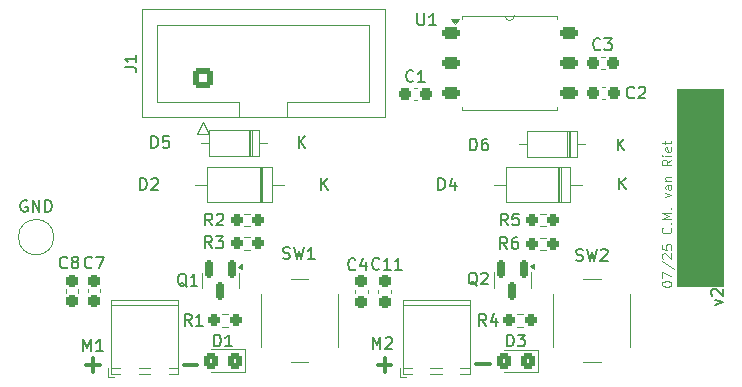
<source format=gto>
G04 #@! TF.GenerationSoftware,KiCad,Pcbnew,8.0.0-rc1*
G04 #@! TF.CreationDate,2025-07-19T19:19:54+02:00*
G04 #@! TF.ProjectId,Pneumatic control unit system,506e6575-6d61-4746-9963-20636f6e7472,rev?*
G04 #@! TF.SameCoordinates,Original*
G04 #@! TF.FileFunction,Legend,Top*
G04 #@! TF.FilePolarity,Positive*
%FSLAX46Y46*%
G04 Gerber Fmt 4.6, Leading zero omitted, Abs format (unit mm)*
G04 Created by KiCad (PCBNEW 8.0.0-rc1) date 2025-07-19 19:19:54*
%MOMM*%
%LPD*%
G01*
G04 APERTURE LIST*
G04 Aperture macros list*
%AMRoundRect*
0 Rectangle with rounded corners*
0 $1 Rounding radius*
0 $2 $3 $4 $5 $6 $7 $8 $9 X,Y pos of 4 corners*
0 Add a 4 corners polygon primitive as box body*
4,1,4,$2,$3,$4,$5,$6,$7,$8,$9,$2,$3,0*
0 Add four circle primitives for the rounded corners*
1,1,$1+$1,$2,$3*
1,1,$1+$1,$4,$5*
1,1,$1+$1,$6,$7*
1,1,$1+$1,$8,$9*
0 Add four rect primitives between the rounded corners*
20,1,$1+$1,$2,$3,$4,$5,0*
20,1,$1+$1,$4,$5,$6,$7,0*
20,1,$1+$1,$6,$7,$8,$9,0*
20,1,$1+$1,$8,$9,$2,$3,0*%
G04 Aperture macros list end*
%ADD10C,0.100000*%
%ADD11C,0.300000*%
%ADD12C,0.150000*%
%ADD13C,0.120000*%
%ADD14RoundRect,0.237500X0.250000X0.237500X-0.250000X0.237500X-0.250000X-0.237500X0.250000X-0.237500X0*%
%ADD15R,1.600000X1.600000*%
%ADD16O,1.600000X1.600000*%
%ADD17R,2.200000X2.200000*%
%ADD18O,2.200000X2.200000*%
%ADD19C,2.000000*%
%ADD20C,1.000000*%
%ADD21RoundRect,0.275000X-0.525000X-0.275000X0.525000X-0.275000X0.525000X0.275000X-0.525000X0.275000X0*%
%ADD22RoundRect,0.237500X0.237500X-0.300000X0.237500X0.300000X-0.237500X0.300000X-0.237500X-0.300000X0*%
%ADD23C,3.200000*%
%ADD24RoundRect,0.250000X0.600000X-0.600000X0.600000X0.600000X-0.600000X0.600000X-0.600000X-0.600000X0*%
%ADD25C,1.700000*%
%ADD26C,1.100000*%
%ADD27C,2.200000*%
%ADD28RoundRect,0.150000X-0.150000X0.587500X-0.150000X-0.587500X0.150000X-0.587500X0.150000X0.587500X0*%
%ADD29RoundRect,0.250000X0.325000X0.450000X-0.325000X0.450000X-0.325000X-0.450000X0.325000X-0.450000X0*%
%ADD30RoundRect,0.237500X-0.300000X-0.237500X0.300000X-0.237500X0.300000X0.237500X-0.300000X0.237500X0*%
%ADD31RoundRect,0.237500X0.300000X0.237500X-0.300000X0.237500X-0.300000X-0.237500X0.300000X-0.237500X0*%
%ADD32C,1.600000*%
G04 APERTURE END LIST*
D10*
X78000000Y-28700000D02*
X81900000Y-28700000D01*
X81900000Y-45300000D01*
X78000000Y-45300000D01*
X78000000Y-28700000D01*
G36*
X78000000Y-28700000D02*
G01*
X81900000Y-28700000D01*
X81900000Y-45300000D01*
X78000000Y-45300000D01*
X78000000Y-28700000D01*
G37*
D11*
X53786099Y-52016260D02*
X52643242Y-52016260D01*
X53214670Y-52587688D02*
X53214670Y-51444831D01*
X37345489Y-52016260D02*
X36202632Y-52016260D01*
X62095489Y-51979400D02*
X60952632Y-51979400D01*
D12*
X81203152Y-46958458D02*
X81869819Y-46720363D01*
X81869819Y-46720363D02*
X81203152Y-46482268D01*
X80965057Y-46148934D02*
X80917438Y-46101315D01*
X80917438Y-46101315D02*
X80869819Y-46006077D01*
X80869819Y-46006077D02*
X80869819Y-45767982D01*
X80869819Y-45767982D02*
X80917438Y-45672744D01*
X80917438Y-45672744D02*
X80965057Y-45625125D01*
X80965057Y-45625125D02*
X81060295Y-45577506D01*
X81060295Y-45577506D02*
X81155533Y-45577506D01*
X81155533Y-45577506D02*
X81298390Y-45625125D01*
X81298390Y-45625125D02*
X81869819Y-46196553D01*
X81869819Y-46196553D02*
X81869819Y-45577506D01*
D10*
X76696895Y-45191353D02*
X76696895Y-45115163D01*
X76696895Y-45115163D02*
X76734990Y-45038972D01*
X76734990Y-45038972D02*
X76773085Y-45000877D01*
X76773085Y-45000877D02*
X76849276Y-44962782D01*
X76849276Y-44962782D02*
X77001657Y-44924687D01*
X77001657Y-44924687D02*
X77192133Y-44924687D01*
X77192133Y-44924687D02*
X77344514Y-44962782D01*
X77344514Y-44962782D02*
X77420704Y-45000877D01*
X77420704Y-45000877D02*
X77458800Y-45038972D01*
X77458800Y-45038972D02*
X77496895Y-45115163D01*
X77496895Y-45115163D02*
X77496895Y-45191353D01*
X77496895Y-45191353D02*
X77458800Y-45267544D01*
X77458800Y-45267544D02*
X77420704Y-45305639D01*
X77420704Y-45305639D02*
X77344514Y-45343734D01*
X77344514Y-45343734D02*
X77192133Y-45381830D01*
X77192133Y-45381830D02*
X77001657Y-45381830D01*
X77001657Y-45381830D02*
X76849276Y-45343734D01*
X76849276Y-45343734D02*
X76773085Y-45305639D01*
X76773085Y-45305639D02*
X76734990Y-45267544D01*
X76734990Y-45267544D02*
X76696895Y-45191353D01*
X76696895Y-44658020D02*
X76696895Y-44124686D01*
X76696895Y-44124686D02*
X77496895Y-44467544D01*
X76658800Y-43248496D02*
X77687371Y-43934210D01*
X76773085Y-43019925D02*
X76734990Y-42981829D01*
X76734990Y-42981829D02*
X76696895Y-42905639D01*
X76696895Y-42905639D02*
X76696895Y-42715163D01*
X76696895Y-42715163D02*
X76734990Y-42638972D01*
X76734990Y-42638972D02*
X76773085Y-42600877D01*
X76773085Y-42600877D02*
X76849276Y-42562782D01*
X76849276Y-42562782D02*
X76925466Y-42562782D01*
X76925466Y-42562782D02*
X77039752Y-42600877D01*
X77039752Y-42600877D02*
X77496895Y-43058020D01*
X77496895Y-43058020D02*
X77496895Y-42562782D01*
X76696895Y-41838972D02*
X76696895Y-42219924D01*
X76696895Y-42219924D02*
X77077847Y-42258020D01*
X77077847Y-42258020D02*
X77039752Y-42219924D01*
X77039752Y-42219924D02*
X77001657Y-42143734D01*
X77001657Y-42143734D02*
X77001657Y-41953258D01*
X77001657Y-41953258D02*
X77039752Y-41877067D01*
X77039752Y-41877067D02*
X77077847Y-41838972D01*
X77077847Y-41838972D02*
X77154038Y-41800877D01*
X77154038Y-41800877D02*
X77344514Y-41800877D01*
X77344514Y-41800877D02*
X77420704Y-41838972D01*
X77420704Y-41838972D02*
X77458800Y-41877067D01*
X77458800Y-41877067D02*
X77496895Y-41953258D01*
X77496895Y-41953258D02*
X77496895Y-42143734D01*
X77496895Y-42143734D02*
X77458800Y-42219924D01*
X77458800Y-42219924D02*
X77420704Y-42258020D01*
X77420704Y-40391352D02*
X77458800Y-40429448D01*
X77458800Y-40429448D02*
X77496895Y-40543733D01*
X77496895Y-40543733D02*
X77496895Y-40619924D01*
X77496895Y-40619924D02*
X77458800Y-40734210D01*
X77458800Y-40734210D02*
X77382609Y-40810400D01*
X77382609Y-40810400D02*
X77306419Y-40848495D01*
X77306419Y-40848495D02*
X77154038Y-40886591D01*
X77154038Y-40886591D02*
X77039752Y-40886591D01*
X77039752Y-40886591D02*
X76887371Y-40848495D01*
X76887371Y-40848495D02*
X76811180Y-40810400D01*
X76811180Y-40810400D02*
X76734990Y-40734210D01*
X76734990Y-40734210D02*
X76696895Y-40619924D01*
X76696895Y-40619924D02*
X76696895Y-40543733D01*
X76696895Y-40543733D02*
X76734990Y-40429448D01*
X76734990Y-40429448D02*
X76773085Y-40391352D01*
X77420704Y-40048495D02*
X77458800Y-40010400D01*
X77458800Y-40010400D02*
X77496895Y-40048495D01*
X77496895Y-40048495D02*
X77458800Y-40086591D01*
X77458800Y-40086591D02*
X77420704Y-40048495D01*
X77420704Y-40048495D02*
X77496895Y-40048495D01*
X77496895Y-39667543D02*
X76696895Y-39667543D01*
X76696895Y-39667543D02*
X77268323Y-39400877D01*
X77268323Y-39400877D02*
X76696895Y-39134210D01*
X76696895Y-39134210D02*
X77496895Y-39134210D01*
X77420704Y-38753257D02*
X77458800Y-38715162D01*
X77458800Y-38715162D02*
X77496895Y-38753257D01*
X77496895Y-38753257D02*
X77458800Y-38791353D01*
X77458800Y-38791353D02*
X77420704Y-38753257D01*
X77420704Y-38753257D02*
X77496895Y-38753257D01*
X76963561Y-37838972D02*
X77496895Y-37648496D01*
X77496895Y-37648496D02*
X76963561Y-37458019D01*
X77496895Y-36810400D02*
X77077847Y-36810400D01*
X77077847Y-36810400D02*
X77001657Y-36848495D01*
X77001657Y-36848495D02*
X76963561Y-36924686D01*
X76963561Y-36924686D02*
X76963561Y-37077067D01*
X76963561Y-37077067D02*
X77001657Y-37153257D01*
X77458800Y-36810400D02*
X77496895Y-36886591D01*
X77496895Y-36886591D02*
X77496895Y-37077067D01*
X77496895Y-37077067D02*
X77458800Y-37153257D01*
X77458800Y-37153257D02*
X77382609Y-37191353D01*
X77382609Y-37191353D02*
X77306419Y-37191353D01*
X77306419Y-37191353D02*
X77230228Y-37153257D01*
X77230228Y-37153257D02*
X77192133Y-37077067D01*
X77192133Y-37077067D02*
X77192133Y-36886591D01*
X77192133Y-36886591D02*
X77154038Y-36810400D01*
X76963561Y-36429447D02*
X77496895Y-36429447D01*
X77039752Y-36429447D02*
X77001657Y-36391352D01*
X77001657Y-36391352D02*
X76963561Y-36315162D01*
X76963561Y-36315162D02*
X76963561Y-36200876D01*
X76963561Y-36200876D02*
X77001657Y-36124685D01*
X77001657Y-36124685D02*
X77077847Y-36086590D01*
X77077847Y-36086590D02*
X77496895Y-36086590D01*
X77496895Y-34638970D02*
X77115942Y-34905637D01*
X77496895Y-35096113D02*
X76696895Y-35096113D01*
X76696895Y-35096113D02*
X76696895Y-34791351D01*
X76696895Y-34791351D02*
X76734990Y-34715161D01*
X76734990Y-34715161D02*
X76773085Y-34677066D01*
X76773085Y-34677066D02*
X76849276Y-34638970D01*
X76849276Y-34638970D02*
X76963561Y-34638970D01*
X76963561Y-34638970D02*
X77039752Y-34677066D01*
X77039752Y-34677066D02*
X77077847Y-34715161D01*
X77077847Y-34715161D02*
X77115942Y-34791351D01*
X77115942Y-34791351D02*
X77115942Y-35096113D01*
X77496895Y-34296113D02*
X76963561Y-34296113D01*
X76696895Y-34296113D02*
X76734990Y-34334209D01*
X76734990Y-34334209D02*
X76773085Y-34296113D01*
X76773085Y-34296113D02*
X76734990Y-34258018D01*
X76734990Y-34258018D02*
X76696895Y-34296113D01*
X76696895Y-34296113D02*
X76773085Y-34296113D01*
X77458800Y-33610399D02*
X77496895Y-33686590D01*
X77496895Y-33686590D02*
X77496895Y-33838971D01*
X77496895Y-33838971D02*
X77458800Y-33915161D01*
X77458800Y-33915161D02*
X77382609Y-33953257D01*
X77382609Y-33953257D02*
X77077847Y-33953257D01*
X77077847Y-33953257D02*
X77001657Y-33915161D01*
X77001657Y-33915161D02*
X76963561Y-33838971D01*
X76963561Y-33838971D02*
X76963561Y-33686590D01*
X76963561Y-33686590D02*
X77001657Y-33610399D01*
X77001657Y-33610399D02*
X77077847Y-33572304D01*
X77077847Y-33572304D02*
X77154038Y-33572304D01*
X77154038Y-33572304D02*
X77230228Y-33953257D01*
X76963561Y-33343733D02*
X76963561Y-33038971D01*
X76696895Y-33229447D02*
X77382609Y-33229447D01*
X77382609Y-33229447D02*
X77458800Y-33191352D01*
X77458800Y-33191352D02*
X77496895Y-33115162D01*
X77496895Y-33115162D02*
X77496895Y-33038971D01*
D11*
X29085489Y-52016260D02*
X27942632Y-52016260D01*
X28514060Y-52587688D02*
X28514060Y-51444831D01*
D12*
X61812723Y-48704819D02*
X61479390Y-48228628D01*
X61241295Y-48704819D02*
X61241295Y-47704819D01*
X61241295Y-47704819D02*
X61622247Y-47704819D01*
X61622247Y-47704819D02*
X61717485Y-47752438D01*
X61717485Y-47752438D02*
X61765104Y-47800057D01*
X61765104Y-47800057D02*
X61812723Y-47895295D01*
X61812723Y-47895295D02*
X61812723Y-48038152D01*
X61812723Y-48038152D02*
X61765104Y-48133390D01*
X61765104Y-48133390D02*
X61717485Y-48181009D01*
X61717485Y-48181009D02*
X61622247Y-48228628D01*
X61622247Y-48228628D02*
X61241295Y-48228628D01*
X62669866Y-48038152D02*
X62669866Y-48704819D01*
X62431771Y-47657200D02*
X62193676Y-48371485D01*
X62193676Y-48371485D02*
X62812723Y-48371485D01*
X33461905Y-33654819D02*
X33461905Y-32654819D01*
X33461905Y-32654819D02*
X33700000Y-32654819D01*
X33700000Y-32654819D02*
X33842857Y-32702438D01*
X33842857Y-32702438D02*
X33938095Y-32797676D01*
X33938095Y-32797676D02*
X33985714Y-32892914D01*
X33985714Y-32892914D02*
X34033333Y-33083390D01*
X34033333Y-33083390D02*
X34033333Y-33226247D01*
X34033333Y-33226247D02*
X33985714Y-33416723D01*
X33985714Y-33416723D02*
X33938095Y-33511961D01*
X33938095Y-33511961D02*
X33842857Y-33607200D01*
X33842857Y-33607200D02*
X33700000Y-33654819D01*
X33700000Y-33654819D02*
X33461905Y-33654819D01*
X34938095Y-32654819D02*
X34461905Y-32654819D01*
X34461905Y-32654819D02*
X34414286Y-33131009D01*
X34414286Y-33131009D02*
X34461905Y-33083390D01*
X34461905Y-33083390D02*
X34557143Y-33035771D01*
X34557143Y-33035771D02*
X34795238Y-33035771D01*
X34795238Y-33035771D02*
X34890476Y-33083390D01*
X34890476Y-33083390D02*
X34938095Y-33131009D01*
X34938095Y-33131009D02*
X34985714Y-33226247D01*
X34985714Y-33226247D02*
X34985714Y-33464342D01*
X34985714Y-33464342D02*
X34938095Y-33559580D01*
X34938095Y-33559580D02*
X34890476Y-33607200D01*
X34890476Y-33607200D02*
X34795238Y-33654819D01*
X34795238Y-33654819D02*
X34557143Y-33654819D01*
X34557143Y-33654819D02*
X34461905Y-33607200D01*
X34461905Y-33607200D02*
X34414286Y-33559580D01*
X45938095Y-33654819D02*
X45938095Y-32654819D01*
X46509523Y-33654819D02*
X46080952Y-33083390D01*
X46509523Y-32654819D02*
X45938095Y-33226247D01*
X63645833Y-40211069D02*
X63312500Y-39734878D01*
X63074405Y-40211069D02*
X63074405Y-39211069D01*
X63074405Y-39211069D02*
X63455357Y-39211069D01*
X63455357Y-39211069D02*
X63550595Y-39258688D01*
X63550595Y-39258688D02*
X63598214Y-39306307D01*
X63598214Y-39306307D02*
X63645833Y-39401545D01*
X63645833Y-39401545D02*
X63645833Y-39544402D01*
X63645833Y-39544402D02*
X63598214Y-39639640D01*
X63598214Y-39639640D02*
X63550595Y-39687259D01*
X63550595Y-39687259D02*
X63455357Y-39734878D01*
X63455357Y-39734878D02*
X63074405Y-39734878D01*
X64550595Y-39211069D02*
X64074405Y-39211069D01*
X64074405Y-39211069D02*
X64026786Y-39687259D01*
X64026786Y-39687259D02*
X64074405Y-39639640D01*
X64074405Y-39639640D02*
X64169643Y-39592021D01*
X64169643Y-39592021D02*
X64407738Y-39592021D01*
X64407738Y-39592021D02*
X64502976Y-39639640D01*
X64502976Y-39639640D02*
X64550595Y-39687259D01*
X64550595Y-39687259D02*
X64598214Y-39782497D01*
X64598214Y-39782497D02*
X64598214Y-40020592D01*
X64598214Y-40020592D02*
X64550595Y-40115830D01*
X64550595Y-40115830D02*
X64502976Y-40163450D01*
X64502976Y-40163450D02*
X64407738Y-40211069D01*
X64407738Y-40211069D02*
X64169643Y-40211069D01*
X64169643Y-40211069D02*
X64074405Y-40163450D01*
X64074405Y-40163450D02*
X64026786Y-40115830D01*
X57761905Y-37204819D02*
X57761905Y-36204819D01*
X57761905Y-36204819D02*
X58000000Y-36204819D01*
X58000000Y-36204819D02*
X58142857Y-36252438D01*
X58142857Y-36252438D02*
X58238095Y-36347676D01*
X58238095Y-36347676D02*
X58285714Y-36442914D01*
X58285714Y-36442914D02*
X58333333Y-36633390D01*
X58333333Y-36633390D02*
X58333333Y-36776247D01*
X58333333Y-36776247D02*
X58285714Y-36966723D01*
X58285714Y-36966723D02*
X58238095Y-37061961D01*
X58238095Y-37061961D02*
X58142857Y-37157200D01*
X58142857Y-37157200D02*
X58000000Y-37204819D01*
X58000000Y-37204819D02*
X57761905Y-37204819D01*
X59190476Y-36538152D02*
X59190476Y-37204819D01*
X58952381Y-36157200D02*
X58714286Y-36871485D01*
X58714286Y-36871485D02*
X59333333Y-36871485D01*
X73078095Y-37154819D02*
X73078095Y-36154819D01*
X73649523Y-37154819D02*
X73220952Y-36583390D01*
X73649523Y-36154819D02*
X73078095Y-36726247D01*
X44616667Y-43007200D02*
X44759524Y-43054819D01*
X44759524Y-43054819D02*
X44997619Y-43054819D01*
X44997619Y-43054819D02*
X45092857Y-43007200D01*
X45092857Y-43007200D02*
X45140476Y-42959580D01*
X45140476Y-42959580D02*
X45188095Y-42864342D01*
X45188095Y-42864342D02*
X45188095Y-42769104D01*
X45188095Y-42769104D02*
X45140476Y-42673866D01*
X45140476Y-42673866D02*
X45092857Y-42626247D01*
X45092857Y-42626247D02*
X44997619Y-42578628D01*
X44997619Y-42578628D02*
X44807143Y-42531009D01*
X44807143Y-42531009D02*
X44711905Y-42483390D01*
X44711905Y-42483390D02*
X44664286Y-42435771D01*
X44664286Y-42435771D02*
X44616667Y-42340533D01*
X44616667Y-42340533D02*
X44616667Y-42245295D01*
X44616667Y-42245295D02*
X44664286Y-42150057D01*
X44664286Y-42150057D02*
X44711905Y-42102438D01*
X44711905Y-42102438D02*
X44807143Y-42054819D01*
X44807143Y-42054819D02*
X45045238Y-42054819D01*
X45045238Y-42054819D02*
X45188095Y-42102438D01*
X45521429Y-42054819D02*
X45759524Y-43054819D01*
X45759524Y-43054819D02*
X45950000Y-42340533D01*
X45950000Y-42340533D02*
X46140476Y-43054819D01*
X46140476Y-43054819D02*
X46378572Y-42054819D01*
X47283333Y-43054819D02*
X46711905Y-43054819D01*
X46997619Y-43054819D02*
X46997619Y-42054819D01*
X46997619Y-42054819D02*
X46902381Y-42197676D01*
X46902381Y-42197676D02*
X46807143Y-42292914D01*
X46807143Y-42292914D02*
X46711905Y-42340533D01*
X63583333Y-42204819D02*
X63250000Y-41728628D01*
X63011905Y-42204819D02*
X63011905Y-41204819D01*
X63011905Y-41204819D02*
X63392857Y-41204819D01*
X63392857Y-41204819D02*
X63488095Y-41252438D01*
X63488095Y-41252438D02*
X63535714Y-41300057D01*
X63535714Y-41300057D02*
X63583333Y-41395295D01*
X63583333Y-41395295D02*
X63583333Y-41538152D01*
X63583333Y-41538152D02*
X63535714Y-41633390D01*
X63535714Y-41633390D02*
X63488095Y-41681009D01*
X63488095Y-41681009D02*
X63392857Y-41728628D01*
X63392857Y-41728628D02*
X63011905Y-41728628D01*
X64440476Y-41204819D02*
X64250000Y-41204819D01*
X64250000Y-41204819D02*
X64154762Y-41252438D01*
X64154762Y-41252438D02*
X64107143Y-41300057D01*
X64107143Y-41300057D02*
X64011905Y-41442914D01*
X64011905Y-41442914D02*
X63964286Y-41633390D01*
X63964286Y-41633390D02*
X63964286Y-42014342D01*
X63964286Y-42014342D02*
X64011905Y-42109580D01*
X64011905Y-42109580D02*
X64059524Y-42157200D01*
X64059524Y-42157200D02*
X64154762Y-42204819D01*
X64154762Y-42204819D02*
X64345238Y-42204819D01*
X64345238Y-42204819D02*
X64440476Y-42157200D01*
X64440476Y-42157200D02*
X64488095Y-42109580D01*
X64488095Y-42109580D02*
X64535714Y-42014342D01*
X64535714Y-42014342D02*
X64535714Y-41776247D01*
X64535714Y-41776247D02*
X64488095Y-41681009D01*
X64488095Y-41681009D02*
X64440476Y-41633390D01*
X64440476Y-41633390D02*
X64345238Y-41585771D01*
X64345238Y-41585771D02*
X64154762Y-41585771D01*
X64154762Y-41585771D02*
X64059524Y-41633390D01*
X64059524Y-41633390D02*
X64011905Y-41681009D01*
X64011905Y-41681009D02*
X63964286Y-41776247D01*
X69416667Y-43157200D02*
X69559524Y-43204819D01*
X69559524Y-43204819D02*
X69797619Y-43204819D01*
X69797619Y-43204819D02*
X69892857Y-43157200D01*
X69892857Y-43157200D02*
X69940476Y-43109580D01*
X69940476Y-43109580D02*
X69988095Y-43014342D01*
X69988095Y-43014342D02*
X69988095Y-42919104D01*
X69988095Y-42919104D02*
X69940476Y-42823866D01*
X69940476Y-42823866D02*
X69892857Y-42776247D01*
X69892857Y-42776247D02*
X69797619Y-42728628D01*
X69797619Y-42728628D02*
X69607143Y-42681009D01*
X69607143Y-42681009D02*
X69511905Y-42633390D01*
X69511905Y-42633390D02*
X69464286Y-42585771D01*
X69464286Y-42585771D02*
X69416667Y-42490533D01*
X69416667Y-42490533D02*
X69416667Y-42395295D01*
X69416667Y-42395295D02*
X69464286Y-42300057D01*
X69464286Y-42300057D02*
X69511905Y-42252438D01*
X69511905Y-42252438D02*
X69607143Y-42204819D01*
X69607143Y-42204819D02*
X69845238Y-42204819D01*
X69845238Y-42204819D02*
X69988095Y-42252438D01*
X70321429Y-42204819D02*
X70559524Y-43204819D01*
X70559524Y-43204819D02*
X70750000Y-42490533D01*
X70750000Y-42490533D02*
X70940476Y-43204819D01*
X70940476Y-43204819D02*
X71178572Y-42204819D01*
X71511905Y-42300057D02*
X71559524Y-42252438D01*
X71559524Y-42252438D02*
X71654762Y-42204819D01*
X71654762Y-42204819D02*
X71892857Y-42204819D01*
X71892857Y-42204819D02*
X71988095Y-42252438D01*
X71988095Y-42252438D02*
X72035714Y-42300057D01*
X72035714Y-42300057D02*
X72083333Y-42395295D01*
X72083333Y-42395295D02*
X72083333Y-42490533D01*
X72083333Y-42490533D02*
X72035714Y-42633390D01*
X72035714Y-42633390D02*
X71464286Y-43204819D01*
X71464286Y-43204819D02*
X72083333Y-43204819D01*
X22938095Y-38102438D02*
X22842857Y-38054819D01*
X22842857Y-38054819D02*
X22700000Y-38054819D01*
X22700000Y-38054819D02*
X22557143Y-38102438D01*
X22557143Y-38102438D02*
X22461905Y-38197676D01*
X22461905Y-38197676D02*
X22414286Y-38292914D01*
X22414286Y-38292914D02*
X22366667Y-38483390D01*
X22366667Y-38483390D02*
X22366667Y-38626247D01*
X22366667Y-38626247D02*
X22414286Y-38816723D01*
X22414286Y-38816723D02*
X22461905Y-38911961D01*
X22461905Y-38911961D02*
X22557143Y-39007200D01*
X22557143Y-39007200D02*
X22700000Y-39054819D01*
X22700000Y-39054819D02*
X22795238Y-39054819D01*
X22795238Y-39054819D02*
X22938095Y-39007200D01*
X22938095Y-39007200D02*
X22985714Y-38959580D01*
X22985714Y-38959580D02*
X22985714Y-38626247D01*
X22985714Y-38626247D02*
X22795238Y-38626247D01*
X23414286Y-39054819D02*
X23414286Y-38054819D01*
X23414286Y-38054819D02*
X23985714Y-39054819D01*
X23985714Y-39054819D02*
X23985714Y-38054819D01*
X24461905Y-39054819D02*
X24461905Y-38054819D01*
X24461905Y-38054819D02*
X24700000Y-38054819D01*
X24700000Y-38054819D02*
X24842857Y-38102438D01*
X24842857Y-38102438D02*
X24938095Y-38197676D01*
X24938095Y-38197676D02*
X24985714Y-38292914D01*
X24985714Y-38292914D02*
X25033333Y-38483390D01*
X25033333Y-38483390D02*
X25033333Y-38626247D01*
X25033333Y-38626247D02*
X24985714Y-38816723D01*
X24985714Y-38816723D02*
X24938095Y-38911961D01*
X24938095Y-38911961D02*
X24842857Y-39007200D01*
X24842857Y-39007200D02*
X24700000Y-39054819D01*
X24700000Y-39054819D02*
X24461905Y-39054819D01*
X32511905Y-37204819D02*
X32511905Y-36204819D01*
X32511905Y-36204819D02*
X32750000Y-36204819D01*
X32750000Y-36204819D02*
X32892857Y-36252438D01*
X32892857Y-36252438D02*
X32988095Y-36347676D01*
X32988095Y-36347676D02*
X33035714Y-36442914D01*
X33035714Y-36442914D02*
X33083333Y-36633390D01*
X33083333Y-36633390D02*
X33083333Y-36776247D01*
X33083333Y-36776247D02*
X33035714Y-36966723D01*
X33035714Y-36966723D02*
X32988095Y-37061961D01*
X32988095Y-37061961D02*
X32892857Y-37157200D01*
X32892857Y-37157200D02*
X32750000Y-37204819D01*
X32750000Y-37204819D02*
X32511905Y-37204819D01*
X33464286Y-36300057D02*
X33511905Y-36252438D01*
X33511905Y-36252438D02*
X33607143Y-36204819D01*
X33607143Y-36204819D02*
X33845238Y-36204819D01*
X33845238Y-36204819D02*
X33940476Y-36252438D01*
X33940476Y-36252438D02*
X33988095Y-36300057D01*
X33988095Y-36300057D02*
X34035714Y-36395295D01*
X34035714Y-36395295D02*
X34035714Y-36490533D01*
X34035714Y-36490533D02*
X33988095Y-36633390D01*
X33988095Y-36633390D02*
X33416667Y-37204819D01*
X33416667Y-37204819D02*
X34035714Y-37204819D01*
X47828095Y-37204819D02*
X47828095Y-36204819D01*
X48399523Y-37204819D02*
X47970952Y-36633390D01*
X48399523Y-36204819D02*
X47828095Y-36776247D01*
X55988095Y-22264819D02*
X55988095Y-23074342D01*
X55988095Y-23074342D02*
X56035714Y-23169580D01*
X56035714Y-23169580D02*
X56083333Y-23217200D01*
X56083333Y-23217200D02*
X56178571Y-23264819D01*
X56178571Y-23264819D02*
X56369047Y-23264819D01*
X56369047Y-23264819D02*
X56464285Y-23217200D01*
X56464285Y-23217200D02*
X56511904Y-23169580D01*
X56511904Y-23169580D02*
X56559523Y-23074342D01*
X56559523Y-23074342D02*
X56559523Y-22264819D01*
X57559523Y-23264819D02*
X56988095Y-23264819D01*
X57273809Y-23264819D02*
X57273809Y-22264819D01*
X57273809Y-22264819D02*
X57178571Y-22407676D01*
X57178571Y-22407676D02*
X57083333Y-22502914D01*
X57083333Y-22502914D02*
X56988095Y-22550533D01*
X36867194Y-48704819D02*
X36533861Y-48228628D01*
X36295766Y-48704819D02*
X36295766Y-47704819D01*
X36295766Y-47704819D02*
X36676718Y-47704819D01*
X36676718Y-47704819D02*
X36771956Y-47752438D01*
X36771956Y-47752438D02*
X36819575Y-47800057D01*
X36819575Y-47800057D02*
X36867194Y-47895295D01*
X36867194Y-47895295D02*
X36867194Y-48038152D01*
X36867194Y-48038152D02*
X36819575Y-48133390D01*
X36819575Y-48133390D02*
X36771956Y-48181009D01*
X36771956Y-48181009D02*
X36676718Y-48228628D01*
X36676718Y-48228628D02*
X36295766Y-48228628D01*
X37819575Y-48704819D02*
X37248147Y-48704819D01*
X37533861Y-48704819D02*
X37533861Y-47704819D01*
X37533861Y-47704819D02*
X37438623Y-47847676D01*
X37438623Y-47847676D02*
X37343385Y-47942914D01*
X37343385Y-47942914D02*
X37248147Y-47990533D01*
X26333333Y-43747080D02*
X26285714Y-43794700D01*
X26285714Y-43794700D02*
X26142857Y-43842319D01*
X26142857Y-43842319D02*
X26047619Y-43842319D01*
X26047619Y-43842319D02*
X25904762Y-43794700D01*
X25904762Y-43794700D02*
X25809524Y-43699461D01*
X25809524Y-43699461D02*
X25761905Y-43604223D01*
X25761905Y-43604223D02*
X25714286Y-43413747D01*
X25714286Y-43413747D02*
X25714286Y-43270890D01*
X25714286Y-43270890D02*
X25761905Y-43080414D01*
X25761905Y-43080414D02*
X25809524Y-42985176D01*
X25809524Y-42985176D02*
X25904762Y-42889938D01*
X25904762Y-42889938D02*
X26047619Y-42842319D01*
X26047619Y-42842319D02*
X26142857Y-42842319D01*
X26142857Y-42842319D02*
X26285714Y-42889938D01*
X26285714Y-42889938D02*
X26333333Y-42937557D01*
X26904762Y-43270890D02*
X26809524Y-43223271D01*
X26809524Y-43223271D02*
X26761905Y-43175652D01*
X26761905Y-43175652D02*
X26714286Y-43080414D01*
X26714286Y-43080414D02*
X26714286Y-43032795D01*
X26714286Y-43032795D02*
X26761905Y-42937557D01*
X26761905Y-42937557D02*
X26809524Y-42889938D01*
X26809524Y-42889938D02*
X26904762Y-42842319D01*
X26904762Y-42842319D02*
X27095238Y-42842319D01*
X27095238Y-42842319D02*
X27190476Y-42889938D01*
X27190476Y-42889938D02*
X27238095Y-42937557D01*
X27238095Y-42937557D02*
X27285714Y-43032795D01*
X27285714Y-43032795D02*
X27285714Y-43080414D01*
X27285714Y-43080414D02*
X27238095Y-43175652D01*
X27238095Y-43175652D02*
X27190476Y-43223271D01*
X27190476Y-43223271D02*
X27095238Y-43270890D01*
X27095238Y-43270890D02*
X26904762Y-43270890D01*
X26904762Y-43270890D02*
X26809524Y-43318509D01*
X26809524Y-43318509D02*
X26761905Y-43366128D01*
X26761905Y-43366128D02*
X26714286Y-43461366D01*
X26714286Y-43461366D02*
X26714286Y-43651842D01*
X26714286Y-43651842D02*
X26761905Y-43747080D01*
X26761905Y-43747080D02*
X26809524Y-43794700D01*
X26809524Y-43794700D02*
X26904762Y-43842319D01*
X26904762Y-43842319D02*
X27095238Y-43842319D01*
X27095238Y-43842319D02*
X27190476Y-43794700D01*
X27190476Y-43794700D02*
X27238095Y-43747080D01*
X27238095Y-43747080D02*
X27285714Y-43651842D01*
X27285714Y-43651842D02*
X27285714Y-43461366D01*
X27285714Y-43461366D02*
X27238095Y-43366128D01*
X27238095Y-43366128D02*
X27190476Y-43318509D01*
X27190476Y-43318509D02*
X27095238Y-43270890D01*
X50733333Y-43909580D02*
X50685714Y-43957200D01*
X50685714Y-43957200D02*
X50542857Y-44004819D01*
X50542857Y-44004819D02*
X50447619Y-44004819D01*
X50447619Y-44004819D02*
X50304762Y-43957200D01*
X50304762Y-43957200D02*
X50209524Y-43861961D01*
X50209524Y-43861961D02*
X50161905Y-43766723D01*
X50161905Y-43766723D02*
X50114286Y-43576247D01*
X50114286Y-43576247D02*
X50114286Y-43433390D01*
X50114286Y-43433390D02*
X50161905Y-43242914D01*
X50161905Y-43242914D02*
X50209524Y-43147676D01*
X50209524Y-43147676D02*
X50304762Y-43052438D01*
X50304762Y-43052438D02*
X50447619Y-43004819D01*
X50447619Y-43004819D02*
X50542857Y-43004819D01*
X50542857Y-43004819D02*
X50685714Y-43052438D01*
X50685714Y-43052438D02*
X50733333Y-43100057D01*
X51590476Y-43338152D02*
X51590476Y-44004819D01*
X51352381Y-42957200D02*
X51114286Y-43671485D01*
X51114286Y-43671485D02*
X51733333Y-43671485D01*
X52757142Y-43859580D02*
X52709523Y-43907200D01*
X52709523Y-43907200D02*
X52566666Y-43954819D01*
X52566666Y-43954819D02*
X52471428Y-43954819D01*
X52471428Y-43954819D02*
X52328571Y-43907200D01*
X52328571Y-43907200D02*
X52233333Y-43811961D01*
X52233333Y-43811961D02*
X52185714Y-43716723D01*
X52185714Y-43716723D02*
X52138095Y-43526247D01*
X52138095Y-43526247D02*
X52138095Y-43383390D01*
X52138095Y-43383390D02*
X52185714Y-43192914D01*
X52185714Y-43192914D02*
X52233333Y-43097676D01*
X52233333Y-43097676D02*
X52328571Y-43002438D01*
X52328571Y-43002438D02*
X52471428Y-42954819D01*
X52471428Y-42954819D02*
X52566666Y-42954819D01*
X52566666Y-42954819D02*
X52709523Y-43002438D01*
X52709523Y-43002438D02*
X52757142Y-43050057D01*
X53709523Y-43954819D02*
X53138095Y-43954819D01*
X53423809Y-43954819D02*
X53423809Y-42954819D01*
X53423809Y-42954819D02*
X53328571Y-43097676D01*
X53328571Y-43097676D02*
X53233333Y-43192914D01*
X53233333Y-43192914D02*
X53138095Y-43240533D01*
X54661904Y-43954819D02*
X54090476Y-43954819D01*
X54376190Y-43954819D02*
X54376190Y-42954819D01*
X54376190Y-42954819D02*
X54280952Y-43097676D01*
X54280952Y-43097676D02*
X54185714Y-43192914D01*
X54185714Y-43192914D02*
X54090476Y-43240533D01*
X31194819Y-26813333D02*
X31909104Y-26813333D01*
X31909104Y-26813333D02*
X32051961Y-26860952D01*
X32051961Y-26860952D02*
X32147200Y-26956190D01*
X32147200Y-26956190D02*
X32194819Y-27099047D01*
X32194819Y-27099047D02*
X32194819Y-27194285D01*
X32194819Y-25813333D02*
X32194819Y-26384761D01*
X32194819Y-26099047D02*
X31194819Y-26099047D01*
X31194819Y-26099047D02*
X31337676Y-26194285D01*
X31337676Y-26194285D02*
X31432914Y-26289523D01*
X31432914Y-26289523D02*
X31480533Y-26384761D01*
X27690476Y-50841679D02*
X27690476Y-49841679D01*
X27690476Y-49841679D02*
X28023809Y-50555964D01*
X28023809Y-50555964D02*
X28357142Y-49841679D01*
X28357142Y-49841679D02*
X28357142Y-50841679D01*
X29357142Y-50841679D02*
X28785714Y-50841679D01*
X29071428Y-50841679D02*
X29071428Y-49841679D01*
X29071428Y-49841679D02*
X28976190Y-49984536D01*
X28976190Y-49984536D02*
X28880952Y-50079774D01*
X28880952Y-50079774D02*
X28785714Y-50127393D01*
X36454761Y-45400057D02*
X36359523Y-45352438D01*
X36359523Y-45352438D02*
X36264285Y-45257200D01*
X36264285Y-45257200D02*
X36121428Y-45114342D01*
X36121428Y-45114342D02*
X36026190Y-45066723D01*
X36026190Y-45066723D02*
X35930952Y-45066723D01*
X35978571Y-45304819D02*
X35883333Y-45257200D01*
X35883333Y-45257200D02*
X35788095Y-45161961D01*
X35788095Y-45161961D02*
X35740476Y-44971485D01*
X35740476Y-44971485D02*
X35740476Y-44638152D01*
X35740476Y-44638152D02*
X35788095Y-44447676D01*
X35788095Y-44447676D02*
X35883333Y-44352438D01*
X35883333Y-44352438D02*
X35978571Y-44304819D01*
X35978571Y-44304819D02*
X36169047Y-44304819D01*
X36169047Y-44304819D02*
X36264285Y-44352438D01*
X36264285Y-44352438D02*
X36359523Y-44447676D01*
X36359523Y-44447676D02*
X36407142Y-44638152D01*
X36407142Y-44638152D02*
X36407142Y-44971485D01*
X36407142Y-44971485D02*
X36359523Y-45161961D01*
X36359523Y-45161961D02*
X36264285Y-45257200D01*
X36264285Y-45257200D02*
X36169047Y-45304819D01*
X36169047Y-45304819D02*
X35978571Y-45304819D01*
X37359523Y-45304819D02*
X36788095Y-45304819D01*
X37073809Y-45304819D02*
X37073809Y-44304819D01*
X37073809Y-44304819D02*
X36978571Y-44447676D01*
X36978571Y-44447676D02*
X36883333Y-44542914D01*
X36883333Y-44542914D02*
X36788095Y-44590533D01*
X28433333Y-43759580D02*
X28385714Y-43807200D01*
X28385714Y-43807200D02*
X28242857Y-43854819D01*
X28242857Y-43854819D02*
X28147619Y-43854819D01*
X28147619Y-43854819D02*
X28004762Y-43807200D01*
X28004762Y-43807200D02*
X27909524Y-43711961D01*
X27909524Y-43711961D02*
X27861905Y-43616723D01*
X27861905Y-43616723D02*
X27814286Y-43426247D01*
X27814286Y-43426247D02*
X27814286Y-43283390D01*
X27814286Y-43283390D02*
X27861905Y-43092914D01*
X27861905Y-43092914D02*
X27909524Y-42997676D01*
X27909524Y-42997676D02*
X28004762Y-42902438D01*
X28004762Y-42902438D02*
X28147619Y-42854819D01*
X28147619Y-42854819D02*
X28242857Y-42854819D01*
X28242857Y-42854819D02*
X28385714Y-42902438D01*
X28385714Y-42902438D02*
X28433333Y-42950057D01*
X28766667Y-42854819D02*
X29433333Y-42854819D01*
X29433333Y-42854819D02*
X29004762Y-43854819D01*
X38583333Y-42129819D02*
X38250000Y-41653628D01*
X38011905Y-42129819D02*
X38011905Y-41129819D01*
X38011905Y-41129819D02*
X38392857Y-41129819D01*
X38392857Y-41129819D02*
X38488095Y-41177438D01*
X38488095Y-41177438D02*
X38535714Y-41225057D01*
X38535714Y-41225057D02*
X38583333Y-41320295D01*
X38583333Y-41320295D02*
X38583333Y-41463152D01*
X38583333Y-41463152D02*
X38535714Y-41558390D01*
X38535714Y-41558390D02*
X38488095Y-41606009D01*
X38488095Y-41606009D02*
X38392857Y-41653628D01*
X38392857Y-41653628D02*
X38011905Y-41653628D01*
X38916667Y-41129819D02*
X39535714Y-41129819D01*
X39535714Y-41129819D02*
X39202381Y-41510771D01*
X39202381Y-41510771D02*
X39345238Y-41510771D01*
X39345238Y-41510771D02*
X39440476Y-41558390D01*
X39440476Y-41558390D02*
X39488095Y-41606009D01*
X39488095Y-41606009D02*
X39535714Y-41701247D01*
X39535714Y-41701247D02*
X39535714Y-41939342D01*
X39535714Y-41939342D02*
X39488095Y-42034580D01*
X39488095Y-42034580D02*
X39440476Y-42082200D01*
X39440476Y-42082200D02*
X39345238Y-42129819D01*
X39345238Y-42129819D02*
X39059524Y-42129819D01*
X39059524Y-42129819D02*
X38964286Y-42082200D01*
X38964286Y-42082200D02*
X38916667Y-42034580D01*
X38608333Y-40204819D02*
X38275000Y-39728628D01*
X38036905Y-40204819D02*
X38036905Y-39204819D01*
X38036905Y-39204819D02*
X38417857Y-39204819D01*
X38417857Y-39204819D02*
X38513095Y-39252438D01*
X38513095Y-39252438D02*
X38560714Y-39300057D01*
X38560714Y-39300057D02*
X38608333Y-39395295D01*
X38608333Y-39395295D02*
X38608333Y-39538152D01*
X38608333Y-39538152D02*
X38560714Y-39633390D01*
X38560714Y-39633390D02*
X38513095Y-39681009D01*
X38513095Y-39681009D02*
X38417857Y-39728628D01*
X38417857Y-39728628D02*
X38036905Y-39728628D01*
X38989286Y-39300057D02*
X39036905Y-39252438D01*
X39036905Y-39252438D02*
X39132143Y-39204819D01*
X39132143Y-39204819D02*
X39370238Y-39204819D01*
X39370238Y-39204819D02*
X39465476Y-39252438D01*
X39465476Y-39252438D02*
X39513095Y-39300057D01*
X39513095Y-39300057D02*
X39560714Y-39395295D01*
X39560714Y-39395295D02*
X39560714Y-39490533D01*
X39560714Y-39490533D02*
X39513095Y-39633390D01*
X39513095Y-39633390D02*
X38941667Y-40204819D01*
X38941667Y-40204819D02*
X39560714Y-40204819D01*
X63561905Y-50454819D02*
X63561905Y-49454819D01*
X63561905Y-49454819D02*
X63800000Y-49454819D01*
X63800000Y-49454819D02*
X63942857Y-49502438D01*
X63942857Y-49502438D02*
X64038095Y-49597676D01*
X64038095Y-49597676D02*
X64085714Y-49692914D01*
X64085714Y-49692914D02*
X64133333Y-49883390D01*
X64133333Y-49883390D02*
X64133333Y-50026247D01*
X64133333Y-50026247D02*
X64085714Y-50216723D01*
X64085714Y-50216723D02*
X64038095Y-50311961D01*
X64038095Y-50311961D02*
X63942857Y-50407200D01*
X63942857Y-50407200D02*
X63800000Y-50454819D01*
X63800000Y-50454819D02*
X63561905Y-50454819D01*
X64466667Y-49454819D02*
X65085714Y-49454819D01*
X65085714Y-49454819D02*
X64752381Y-49835771D01*
X64752381Y-49835771D02*
X64895238Y-49835771D01*
X64895238Y-49835771D02*
X64990476Y-49883390D01*
X64990476Y-49883390D02*
X65038095Y-49931009D01*
X65038095Y-49931009D02*
X65085714Y-50026247D01*
X65085714Y-50026247D02*
X65085714Y-50264342D01*
X65085714Y-50264342D02*
X65038095Y-50359580D01*
X65038095Y-50359580D02*
X64990476Y-50407200D01*
X64990476Y-50407200D02*
X64895238Y-50454819D01*
X64895238Y-50454819D02*
X64609524Y-50454819D01*
X64609524Y-50454819D02*
X64514286Y-50407200D01*
X64514286Y-50407200D02*
X64466667Y-50359580D01*
X74333333Y-29359580D02*
X74285714Y-29407200D01*
X74285714Y-29407200D02*
X74142857Y-29454819D01*
X74142857Y-29454819D02*
X74047619Y-29454819D01*
X74047619Y-29454819D02*
X73904762Y-29407200D01*
X73904762Y-29407200D02*
X73809524Y-29311961D01*
X73809524Y-29311961D02*
X73761905Y-29216723D01*
X73761905Y-29216723D02*
X73714286Y-29026247D01*
X73714286Y-29026247D02*
X73714286Y-28883390D01*
X73714286Y-28883390D02*
X73761905Y-28692914D01*
X73761905Y-28692914D02*
X73809524Y-28597676D01*
X73809524Y-28597676D02*
X73904762Y-28502438D01*
X73904762Y-28502438D02*
X74047619Y-28454819D01*
X74047619Y-28454819D02*
X74142857Y-28454819D01*
X74142857Y-28454819D02*
X74285714Y-28502438D01*
X74285714Y-28502438D02*
X74333333Y-28550057D01*
X74714286Y-28550057D02*
X74761905Y-28502438D01*
X74761905Y-28502438D02*
X74857143Y-28454819D01*
X74857143Y-28454819D02*
X75095238Y-28454819D01*
X75095238Y-28454819D02*
X75190476Y-28502438D01*
X75190476Y-28502438D02*
X75238095Y-28550057D01*
X75238095Y-28550057D02*
X75285714Y-28645295D01*
X75285714Y-28645295D02*
X75285714Y-28740533D01*
X75285714Y-28740533D02*
X75238095Y-28883390D01*
X75238095Y-28883390D02*
X74666667Y-29454819D01*
X74666667Y-29454819D02*
X75285714Y-29454819D01*
X60461905Y-33854819D02*
X60461905Y-32854819D01*
X60461905Y-32854819D02*
X60700000Y-32854819D01*
X60700000Y-32854819D02*
X60842857Y-32902438D01*
X60842857Y-32902438D02*
X60938095Y-32997676D01*
X60938095Y-32997676D02*
X60985714Y-33092914D01*
X60985714Y-33092914D02*
X61033333Y-33283390D01*
X61033333Y-33283390D02*
X61033333Y-33426247D01*
X61033333Y-33426247D02*
X60985714Y-33616723D01*
X60985714Y-33616723D02*
X60938095Y-33711961D01*
X60938095Y-33711961D02*
X60842857Y-33807200D01*
X60842857Y-33807200D02*
X60700000Y-33854819D01*
X60700000Y-33854819D02*
X60461905Y-33854819D01*
X61890476Y-32854819D02*
X61700000Y-32854819D01*
X61700000Y-32854819D02*
X61604762Y-32902438D01*
X61604762Y-32902438D02*
X61557143Y-32950057D01*
X61557143Y-32950057D02*
X61461905Y-33092914D01*
X61461905Y-33092914D02*
X61414286Y-33283390D01*
X61414286Y-33283390D02*
X61414286Y-33664342D01*
X61414286Y-33664342D02*
X61461905Y-33759580D01*
X61461905Y-33759580D02*
X61509524Y-33807200D01*
X61509524Y-33807200D02*
X61604762Y-33854819D01*
X61604762Y-33854819D02*
X61795238Y-33854819D01*
X61795238Y-33854819D02*
X61890476Y-33807200D01*
X61890476Y-33807200D02*
X61938095Y-33759580D01*
X61938095Y-33759580D02*
X61985714Y-33664342D01*
X61985714Y-33664342D02*
X61985714Y-33426247D01*
X61985714Y-33426247D02*
X61938095Y-33331009D01*
X61938095Y-33331009D02*
X61890476Y-33283390D01*
X61890476Y-33283390D02*
X61795238Y-33235771D01*
X61795238Y-33235771D02*
X61604762Y-33235771D01*
X61604762Y-33235771D02*
X61509524Y-33283390D01*
X61509524Y-33283390D02*
X61461905Y-33331009D01*
X61461905Y-33331009D02*
X61414286Y-33426247D01*
X72938095Y-33854819D02*
X72938095Y-32854819D01*
X73509523Y-33854819D02*
X73080952Y-33283390D01*
X73509523Y-32854819D02*
X72938095Y-33426247D01*
X61054761Y-45300057D02*
X60959523Y-45252438D01*
X60959523Y-45252438D02*
X60864285Y-45157200D01*
X60864285Y-45157200D02*
X60721428Y-45014342D01*
X60721428Y-45014342D02*
X60626190Y-44966723D01*
X60626190Y-44966723D02*
X60530952Y-44966723D01*
X60578571Y-45204819D02*
X60483333Y-45157200D01*
X60483333Y-45157200D02*
X60388095Y-45061961D01*
X60388095Y-45061961D02*
X60340476Y-44871485D01*
X60340476Y-44871485D02*
X60340476Y-44538152D01*
X60340476Y-44538152D02*
X60388095Y-44347676D01*
X60388095Y-44347676D02*
X60483333Y-44252438D01*
X60483333Y-44252438D02*
X60578571Y-44204819D01*
X60578571Y-44204819D02*
X60769047Y-44204819D01*
X60769047Y-44204819D02*
X60864285Y-44252438D01*
X60864285Y-44252438D02*
X60959523Y-44347676D01*
X60959523Y-44347676D02*
X61007142Y-44538152D01*
X61007142Y-44538152D02*
X61007142Y-44871485D01*
X61007142Y-44871485D02*
X60959523Y-45061961D01*
X60959523Y-45061961D02*
X60864285Y-45157200D01*
X60864285Y-45157200D02*
X60769047Y-45204819D01*
X60769047Y-45204819D02*
X60578571Y-45204819D01*
X61388095Y-44300057D02*
X61435714Y-44252438D01*
X61435714Y-44252438D02*
X61530952Y-44204819D01*
X61530952Y-44204819D02*
X61769047Y-44204819D01*
X61769047Y-44204819D02*
X61864285Y-44252438D01*
X61864285Y-44252438D02*
X61911904Y-44300057D01*
X61911904Y-44300057D02*
X61959523Y-44395295D01*
X61959523Y-44395295D02*
X61959523Y-44490533D01*
X61959523Y-44490533D02*
X61911904Y-44633390D01*
X61911904Y-44633390D02*
X61340476Y-45204819D01*
X61340476Y-45204819D02*
X61959523Y-45204819D01*
X55633333Y-27969580D02*
X55585714Y-28017200D01*
X55585714Y-28017200D02*
X55442857Y-28064819D01*
X55442857Y-28064819D02*
X55347619Y-28064819D01*
X55347619Y-28064819D02*
X55204762Y-28017200D01*
X55204762Y-28017200D02*
X55109524Y-27921961D01*
X55109524Y-27921961D02*
X55061905Y-27826723D01*
X55061905Y-27826723D02*
X55014286Y-27636247D01*
X55014286Y-27636247D02*
X55014286Y-27493390D01*
X55014286Y-27493390D02*
X55061905Y-27302914D01*
X55061905Y-27302914D02*
X55109524Y-27207676D01*
X55109524Y-27207676D02*
X55204762Y-27112438D01*
X55204762Y-27112438D02*
X55347619Y-27064819D01*
X55347619Y-27064819D02*
X55442857Y-27064819D01*
X55442857Y-27064819D02*
X55585714Y-27112438D01*
X55585714Y-27112438D02*
X55633333Y-27160057D01*
X56585714Y-28064819D02*
X56014286Y-28064819D01*
X56300000Y-28064819D02*
X56300000Y-27064819D01*
X56300000Y-27064819D02*
X56204762Y-27207676D01*
X56204762Y-27207676D02*
X56109524Y-27302914D01*
X56109524Y-27302914D02*
X56014286Y-27350533D01*
X71483333Y-25269580D02*
X71435714Y-25317200D01*
X71435714Y-25317200D02*
X71292857Y-25364819D01*
X71292857Y-25364819D02*
X71197619Y-25364819D01*
X71197619Y-25364819D02*
X71054762Y-25317200D01*
X71054762Y-25317200D02*
X70959524Y-25221961D01*
X70959524Y-25221961D02*
X70911905Y-25126723D01*
X70911905Y-25126723D02*
X70864286Y-24936247D01*
X70864286Y-24936247D02*
X70864286Y-24793390D01*
X70864286Y-24793390D02*
X70911905Y-24602914D01*
X70911905Y-24602914D02*
X70959524Y-24507676D01*
X70959524Y-24507676D02*
X71054762Y-24412438D01*
X71054762Y-24412438D02*
X71197619Y-24364819D01*
X71197619Y-24364819D02*
X71292857Y-24364819D01*
X71292857Y-24364819D02*
X71435714Y-24412438D01*
X71435714Y-24412438D02*
X71483333Y-24460057D01*
X71816667Y-24364819D02*
X72435714Y-24364819D01*
X72435714Y-24364819D02*
X72102381Y-24745771D01*
X72102381Y-24745771D02*
X72245238Y-24745771D01*
X72245238Y-24745771D02*
X72340476Y-24793390D01*
X72340476Y-24793390D02*
X72388095Y-24841009D01*
X72388095Y-24841009D02*
X72435714Y-24936247D01*
X72435714Y-24936247D02*
X72435714Y-25174342D01*
X72435714Y-25174342D02*
X72388095Y-25269580D01*
X72388095Y-25269580D02*
X72340476Y-25317200D01*
X72340476Y-25317200D02*
X72245238Y-25364819D01*
X72245238Y-25364819D02*
X71959524Y-25364819D01*
X71959524Y-25364819D02*
X71864286Y-25317200D01*
X71864286Y-25317200D02*
X71816667Y-25269580D01*
X38769405Y-50454819D02*
X38769405Y-49454819D01*
X38769405Y-49454819D02*
X39007500Y-49454819D01*
X39007500Y-49454819D02*
X39150357Y-49502438D01*
X39150357Y-49502438D02*
X39245595Y-49597676D01*
X39245595Y-49597676D02*
X39293214Y-49692914D01*
X39293214Y-49692914D02*
X39340833Y-49883390D01*
X39340833Y-49883390D02*
X39340833Y-50026247D01*
X39340833Y-50026247D02*
X39293214Y-50216723D01*
X39293214Y-50216723D02*
X39245595Y-50311961D01*
X39245595Y-50311961D02*
X39150357Y-50407200D01*
X39150357Y-50407200D02*
X39007500Y-50454819D01*
X39007500Y-50454819D02*
X38769405Y-50454819D01*
X40293214Y-50454819D02*
X39721786Y-50454819D01*
X40007500Y-50454819D02*
X40007500Y-49454819D01*
X40007500Y-49454819D02*
X39912262Y-49597676D01*
X39912262Y-49597676D02*
X39817024Y-49692914D01*
X39817024Y-49692914D02*
X39721786Y-49740533D01*
X52190476Y-50654819D02*
X52190476Y-49654819D01*
X52190476Y-49654819D02*
X52523809Y-50369104D01*
X52523809Y-50369104D02*
X52857142Y-49654819D01*
X52857142Y-49654819D02*
X52857142Y-50654819D01*
X53285714Y-49750057D02*
X53333333Y-49702438D01*
X53333333Y-49702438D02*
X53428571Y-49654819D01*
X53428571Y-49654819D02*
X53666666Y-49654819D01*
X53666666Y-49654819D02*
X53761904Y-49702438D01*
X53761904Y-49702438D02*
X53809523Y-49750057D01*
X53809523Y-49750057D02*
X53857142Y-49845295D01*
X53857142Y-49845295D02*
X53857142Y-49940533D01*
X53857142Y-49940533D02*
X53809523Y-50083390D01*
X53809523Y-50083390D02*
X53238095Y-50654819D01*
X53238095Y-50654819D02*
X53857142Y-50654819D01*
D13*
X64904724Y-47727500D02*
X64395276Y-47727500D01*
X64904724Y-48772500D02*
X64395276Y-48772500D01*
X37670000Y-33250000D02*
X38320000Y-33250000D01*
X38320000Y-32130000D02*
X38320000Y-34370000D01*
X38320000Y-34370000D02*
X42560000Y-34370000D01*
X41720000Y-34370000D02*
X41720000Y-32130000D01*
X41840000Y-34370000D02*
X41840000Y-32130000D01*
X41960000Y-34370000D02*
X41960000Y-32130000D01*
X42560000Y-32130000D02*
X38320000Y-32130000D01*
X42560000Y-34370000D02*
X42560000Y-32130000D01*
X43210000Y-33250000D02*
X42560000Y-33250000D01*
X66842224Y-39227500D02*
X66332776Y-39227500D01*
X66842224Y-40272500D02*
X66332776Y-40272500D01*
X62430000Y-36750000D02*
X63450000Y-36750000D01*
X63450000Y-35280000D02*
X63450000Y-38220000D01*
X63450000Y-38220000D02*
X68890000Y-38220000D01*
X67870000Y-38220000D02*
X67870000Y-35280000D01*
X67990000Y-38220000D02*
X67990000Y-35280000D01*
X68110000Y-38220000D02*
X68110000Y-35280000D01*
X68890000Y-35280000D02*
X63450000Y-35280000D01*
X68890000Y-38220000D02*
X68890000Y-35280000D01*
X69910000Y-36750000D02*
X68890000Y-36750000D01*
X42750000Y-46000000D02*
X42750000Y-50500000D01*
X45250000Y-51750000D02*
X46750000Y-51750000D01*
X46750000Y-44750000D02*
X45250000Y-44750000D01*
X49250000Y-50500000D02*
X49250000Y-46000000D01*
X66842224Y-41233750D02*
X66332776Y-41233750D01*
X66842224Y-42278750D02*
X66332776Y-42278750D01*
X67500000Y-46000000D02*
X67500000Y-50500000D01*
X70000000Y-51750000D02*
X71500000Y-51750000D01*
X71500000Y-44750000D02*
X70000000Y-44750000D01*
X74000000Y-50500000D02*
X74000000Y-46000000D01*
X25200000Y-41200000D02*
G75*
G02*
X22200000Y-41200000I-1500000J0D01*
G01*
X22200000Y-41200000D02*
G75*
G02*
X25200000Y-41200000I1500000J0D01*
G01*
X37180000Y-36750000D02*
X38200000Y-36750000D01*
X38200000Y-35280000D02*
X38200000Y-38220000D01*
X38200000Y-38220000D02*
X43640000Y-38220000D01*
X42620000Y-38220000D02*
X42620000Y-35280000D01*
X42740000Y-38220000D02*
X42740000Y-35280000D01*
X42860000Y-38220000D02*
X42860000Y-35280000D01*
X43640000Y-35280000D02*
X38200000Y-35280000D01*
X43640000Y-38220000D02*
X43640000Y-35280000D01*
X44660000Y-36750000D02*
X43640000Y-36750000D01*
X59800000Y-22460000D02*
X59800000Y-22770000D01*
X59800000Y-30460000D02*
X59800000Y-30150000D01*
X63790000Y-30460000D02*
X59800000Y-30460000D01*
X63790000Y-30460000D02*
X67800000Y-30460000D01*
X63800000Y-22460000D02*
X67800000Y-22460000D01*
X63805000Y-22460000D02*
X59800000Y-22460000D01*
X67800000Y-22460000D02*
X67800000Y-22770000D01*
X67800000Y-30460000D02*
X67800000Y-30150000D01*
X64200000Y-22460000D02*
G75*
G02*
X63410000Y-22460000I-395000J0D01*
G01*
X59175000Y-23160000D02*
X58835000Y-22690000D01*
X59515000Y-22690000D01*
X59175000Y-23160000D01*
G36*
X59175000Y-23160000D02*
G01*
X58835000Y-22690000D01*
X59515000Y-22690000D01*
X59175000Y-23160000D01*
G37*
X39954724Y-47727500D02*
X39445276Y-47727500D01*
X39954724Y-48772500D02*
X39445276Y-48772500D01*
X26240000Y-45896267D02*
X26240000Y-45603733D01*
X27260000Y-45896267D02*
X27260000Y-45603733D01*
X50740000Y-45946267D02*
X50740000Y-45653733D01*
X51760000Y-45946267D02*
X51760000Y-45653733D01*
X52690000Y-45946267D02*
X52690000Y-45653733D01*
X53710000Y-45946267D02*
X53710000Y-45653733D01*
X32630000Y-21920000D02*
X53210000Y-21920000D01*
X32630000Y-31040000D02*
X32630000Y-21920000D01*
X33930000Y-23230000D02*
X51910000Y-23230000D01*
X33930000Y-29730000D02*
X33930000Y-23230000D01*
X37340000Y-32430000D02*
X38340000Y-32430000D01*
X37840000Y-31430000D02*
X37340000Y-32430000D01*
X38340000Y-32430000D02*
X37840000Y-31430000D01*
X40870000Y-29730000D02*
X33930000Y-29730000D01*
X40870000Y-31040000D02*
X40870000Y-29730000D01*
X44970000Y-29730000D02*
X44970000Y-29730000D01*
X44970000Y-29730000D02*
X44970000Y-31040000D01*
X51910000Y-23230000D02*
X51910000Y-29730000D01*
X51910000Y-29730000D02*
X44970000Y-29730000D01*
X53210000Y-21920000D02*
X53210000Y-31040000D01*
X53210000Y-31040000D02*
X32630000Y-31040000D01*
X29800000Y-52306860D02*
X29800000Y-53046860D01*
X29800000Y-53046860D02*
X30300000Y-53046860D01*
X30040000Y-46486860D02*
X30040000Y-52806860D01*
X30040000Y-46486860D02*
X35700000Y-46486860D01*
X30040000Y-46946860D02*
X35700000Y-46946860D01*
X30040000Y-52246860D02*
X30810000Y-52246860D01*
X30040000Y-52806860D02*
X30810000Y-52806860D01*
X32390000Y-52246860D02*
X33350000Y-52246860D01*
X32390000Y-52806860D02*
X33350000Y-52806860D01*
X34930000Y-52246860D02*
X35700000Y-52246860D01*
X34930000Y-52806860D02*
X35700000Y-52806860D01*
X35700000Y-46486860D02*
X35700000Y-52806860D01*
X37740000Y-44862500D02*
X37740000Y-44212500D01*
X37740000Y-44862500D02*
X37740000Y-45512500D01*
X40860000Y-44862500D02*
X40860000Y-44212500D01*
X40860000Y-44862500D02*
X40860000Y-45512500D01*
X41140000Y-43940000D02*
X40810000Y-43700000D01*
X41140000Y-43460000D01*
X41140000Y-43940000D01*
G36*
X41140000Y-43940000D02*
G01*
X40810000Y-43700000D01*
X41140000Y-43460000D01*
X41140000Y-43940000D01*
G37*
X28090000Y-45883767D02*
X28090000Y-45591233D01*
X29110000Y-45883767D02*
X29110000Y-45591233D01*
X41842224Y-41202500D02*
X41332776Y-41202500D01*
X41842224Y-42247500D02*
X41332776Y-42247500D01*
X41842224Y-39202500D02*
X41332776Y-39202500D01*
X41842224Y-40247500D02*
X41332776Y-40247500D01*
X63309360Y-52660000D02*
X66169360Y-52660000D01*
X66169360Y-50740000D02*
X63309360Y-50740000D01*
X66169360Y-52660000D02*
X66169360Y-50740000D01*
X71603733Y-28450000D02*
X71896267Y-28450000D01*
X71603733Y-29470000D02*
X71896267Y-29470000D01*
X64620000Y-33300000D02*
X65270000Y-33300000D01*
X65270000Y-32180000D02*
X65270000Y-34420000D01*
X65270000Y-34420000D02*
X69510000Y-34420000D01*
X68670000Y-34420000D02*
X68670000Y-32180000D01*
X68790000Y-34420000D02*
X68790000Y-32180000D01*
X68910000Y-34420000D02*
X68910000Y-32180000D01*
X69510000Y-32180000D02*
X65270000Y-32180000D01*
X69510000Y-34420000D02*
X69510000Y-32180000D01*
X70160000Y-33300000D02*
X69510000Y-33300000D01*
X62465000Y-44838750D02*
X62465000Y-44188750D01*
X62465000Y-44838750D02*
X62465000Y-45488750D01*
X65585000Y-44838750D02*
X65585000Y-44188750D01*
X65585000Y-44838750D02*
X65585000Y-45488750D01*
X65865000Y-43916250D02*
X65535000Y-43676250D01*
X65865000Y-43436250D01*
X65865000Y-43916250D01*
G36*
X65865000Y-43916250D02*
G01*
X65535000Y-43676250D01*
X65865000Y-43436250D01*
X65865000Y-43916250D01*
G37*
X55958767Y-28550000D02*
X55666233Y-28550000D01*
X55958767Y-29570000D02*
X55666233Y-29570000D01*
X71553733Y-25950000D02*
X71846267Y-25950000D01*
X71553733Y-26970000D02*
X71846267Y-26970000D01*
X38503750Y-52613140D02*
X41363750Y-52613140D01*
X41363750Y-50693140D02*
X38503750Y-50693140D01*
X41363750Y-52613140D02*
X41363750Y-50693140D01*
X54500610Y-52306860D02*
X54500610Y-53046860D01*
X54500610Y-53046860D02*
X55000610Y-53046860D01*
X54740610Y-46486860D02*
X54740610Y-52806860D01*
X54740610Y-46486860D02*
X60400610Y-46486860D01*
X54740610Y-46946860D02*
X60400610Y-46946860D01*
X54740610Y-52246860D02*
X55510610Y-52246860D01*
X54740610Y-52806860D02*
X55510610Y-52806860D01*
X57090610Y-52246860D02*
X58050610Y-52246860D01*
X57090610Y-52806860D02*
X58050610Y-52806860D01*
X59630610Y-52246860D02*
X60400610Y-52246860D01*
X59630610Y-52806860D02*
X60400610Y-52806860D01*
X60400610Y-46486860D02*
X60400610Y-52806860D01*
%LPC*%
D14*
X65562500Y-48250000D03*
X63737500Y-48250000D03*
D15*
X44250000Y-33250000D03*
D16*
X36630000Y-33250000D03*
D14*
X67500000Y-39750000D03*
X65675000Y-39750000D03*
D17*
X71250000Y-36750000D03*
D18*
X61090000Y-36750000D03*
D19*
X43750000Y-51500000D03*
X43750000Y-45000000D03*
X48250000Y-51500000D03*
X48250000Y-45000000D03*
D14*
X67500000Y-41756250D03*
X65675000Y-41756250D03*
D19*
X68500000Y-51500000D03*
X68500000Y-45000000D03*
X73000000Y-51500000D03*
X73000000Y-45000000D03*
X23700000Y-41200000D03*
D17*
X46000000Y-36750000D03*
D18*
X35840000Y-36750000D03*
D20*
X60600000Y-29660000D03*
X67000000Y-23260000D03*
D21*
X58800000Y-23920000D03*
X58800000Y-26460000D03*
X58800000Y-29000000D03*
X68800000Y-29000000D03*
X68800000Y-26460000D03*
X68800000Y-23920000D03*
D14*
X40612500Y-48250000D03*
X38787500Y-48250000D03*
D22*
X26750000Y-46612500D03*
X26750000Y-44887500D03*
X51250000Y-46662500D03*
X51250000Y-44937500D03*
D23*
X24000000Y-50500000D03*
D22*
X53200000Y-46662500D03*
X53200000Y-44937500D03*
D24*
X37840000Y-27750000D03*
D25*
X37840000Y-25210000D03*
X40380000Y-27750000D03*
X40380000Y-25210000D03*
X42920000Y-27750000D03*
X42920000Y-25210000D03*
X45460000Y-27750000D03*
X45460000Y-25210000D03*
X48000000Y-27750000D03*
X48000000Y-25210000D03*
D23*
X79500000Y-50500000D03*
D26*
X31600000Y-52186860D03*
X34140000Y-52186860D03*
D17*
X31600000Y-49646860D03*
D27*
X34140000Y-49646860D03*
D28*
X40250000Y-43925000D03*
X38350000Y-43925000D03*
X39300000Y-45800000D03*
D22*
X28600000Y-46600000D03*
X28600000Y-44875000D03*
D14*
X42500000Y-41725000D03*
X40675000Y-41725000D03*
X42500000Y-39725000D03*
X40675000Y-39725000D03*
D29*
X65334360Y-51700000D03*
X63284360Y-51700000D03*
D30*
X70887500Y-28960000D03*
X72612500Y-28960000D03*
D15*
X71200000Y-33300000D03*
D16*
X63580000Y-33300000D03*
D28*
X64975000Y-43901250D03*
X63075000Y-43901250D03*
X64025000Y-45776250D03*
D23*
X24000000Y-25000000D03*
D31*
X56675000Y-29060000D03*
X54950000Y-29060000D03*
D30*
X70837500Y-26460000D03*
X72562500Y-26460000D03*
D29*
X40528750Y-51653140D03*
X38478750Y-51653140D03*
D23*
X79500000Y-25000000D03*
D26*
X56300610Y-52186860D03*
X58840610Y-52186860D03*
D17*
X56300610Y-49646860D03*
D27*
X58840610Y-49646860D03*
D15*
X32000000Y-40250000D03*
D32*
X29500000Y-40250000D03*
D15*
X53000000Y-35250000D03*
D32*
X50500000Y-35250000D03*
D15*
X57932380Y-40950000D03*
D32*
X55432380Y-40950000D03*
D15*
X27250000Y-34100000D03*
D32*
X24750000Y-34100000D03*
%LPD*%
M02*

</source>
